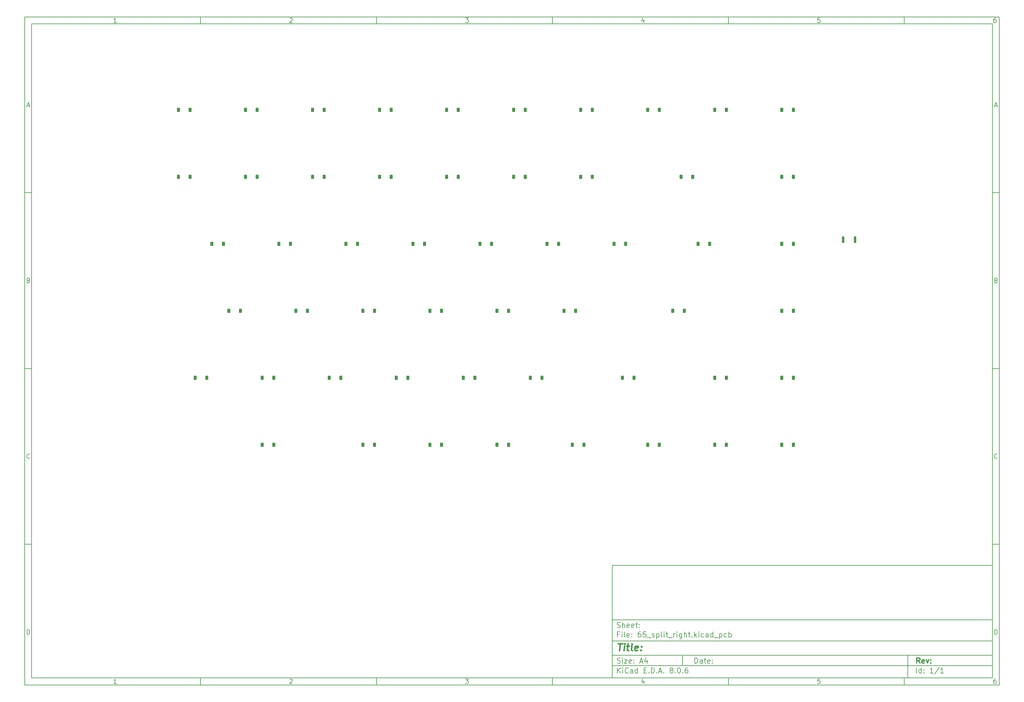
<source format=gbr>
%TF.GenerationSoftware,KiCad,Pcbnew,8.0.6*%
%TF.CreationDate,2025-05-11T12:41:03+09:00*%
%TF.ProjectId,65_split_right,36355f73-706c-4697-945f-72696768742e,rev?*%
%TF.SameCoordinates,PXf7b735cPY2136a30*%
%TF.FileFunction,Paste,Bot*%
%TF.FilePolarity,Positive*%
%FSLAX46Y46*%
G04 Gerber Fmt 4.6, Leading zero omitted, Abs format (unit mm)*
G04 Created by KiCad (PCBNEW 8.0.6) date 2025-05-11 12:41:03*
%MOMM*%
%LPD*%
G01*
G04 APERTURE LIST*
G04 Aperture macros list*
%AMRoundRect*
0 Rectangle with rounded corners*
0 $1 Rounding radius*
0 $2 $3 $4 $5 $6 $7 $8 $9 X,Y pos of 4 corners*
0 Add a 4 corners polygon primitive as box body*
4,1,4,$2,$3,$4,$5,$6,$7,$8,$9,$2,$3,0*
0 Add four circle primitives for the rounded corners*
1,1,$1+$1,$2,$3*
1,1,$1+$1,$4,$5*
1,1,$1+$1,$6,$7*
1,1,$1+$1,$8,$9*
0 Add four rect primitives between the rounded corners*
20,1,$1+$1,$2,$3,$4,$5,0*
20,1,$1+$1,$4,$5,$6,$7,0*
20,1,$1+$1,$6,$7,$8,$9,0*
20,1,$1+$1,$8,$9,$2,$3,0*%
G04 Aperture macros list end*
%ADD10C,0.100000*%
%ADD11C,0.150000*%
%ADD12C,0.300000*%
%ADD13C,0.400000*%
%ADD14RoundRect,0.225000X0.225000X0.375000X-0.225000X0.375000X-0.225000X-0.375000X0.225000X-0.375000X0*%
%ADD15RoundRect,0.170000X0.170000X0.780000X-0.170000X0.780000X-0.170000X-0.780000X0.170000X-0.780000X0*%
G04 APERTURE END LIST*
D10*
D11*
X-82746500Y-131180400D02*
X25253500Y-131180400D01*
X25253500Y-163180400D01*
X-82746500Y-163180400D01*
X-82746500Y-131180400D01*
D10*
D11*
X-249748700Y24826800D02*
X27253500Y24826800D01*
X27253500Y-165180400D01*
X-249748700Y-165180400D01*
X-249748700Y24826800D01*
D10*
D11*
X-247748700Y22826800D02*
X25253500Y22826800D01*
X25253500Y-163180400D01*
X-247748700Y-163180400D01*
X-247748700Y22826800D01*
D10*
D11*
X-199748700Y22826800D02*
X-199748700Y24826800D01*
D10*
D11*
X-149748700Y22826800D02*
X-149748700Y24826800D01*
D10*
D11*
X-99748700Y22826800D02*
X-99748700Y24826800D01*
D10*
D11*
X-49748700Y22826800D02*
X-49748700Y24826800D01*
D10*
D11*
X251300Y22826800D02*
X251300Y24826800D01*
D10*
D11*
X-223659540Y23233196D02*
X-224402397Y23233196D01*
X-224030969Y23233196D02*
X-224030969Y24533196D01*
X-224030969Y24533196D02*
X-224154778Y24347481D01*
X-224154778Y24347481D02*
X-224278588Y24223672D01*
X-224278588Y24223672D02*
X-224402397Y24161767D01*
D10*
D11*
X-174402397Y24409386D02*
X-174340493Y24471291D01*
X-174340493Y24471291D02*
X-174216683Y24533196D01*
X-174216683Y24533196D02*
X-173907159Y24533196D01*
X-173907159Y24533196D02*
X-173783350Y24471291D01*
X-173783350Y24471291D02*
X-173721445Y24409386D01*
X-173721445Y24409386D02*
X-173659540Y24285577D01*
X-173659540Y24285577D02*
X-173659540Y24161767D01*
X-173659540Y24161767D02*
X-173721445Y23976053D01*
X-173721445Y23976053D02*
X-174464302Y23233196D01*
X-174464302Y23233196D02*
X-173659540Y23233196D01*
D10*
D11*
X-124464302Y24533196D02*
X-123659540Y24533196D01*
X-123659540Y24533196D02*
X-124092874Y24037958D01*
X-124092874Y24037958D02*
X-123907159Y24037958D01*
X-123907159Y24037958D02*
X-123783350Y23976053D01*
X-123783350Y23976053D02*
X-123721445Y23914148D01*
X-123721445Y23914148D02*
X-123659540Y23790339D01*
X-123659540Y23790339D02*
X-123659540Y23480815D01*
X-123659540Y23480815D02*
X-123721445Y23357005D01*
X-123721445Y23357005D02*
X-123783350Y23295100D01*
X-123783350Y23295100D02*
X-123907159Y23233196D01*
X-123907159Y23233196D02*
X-124278588Y23233196D01*
X-124278588Y23233196D02*
X-124402397Y23295100D01*
X-124402397Y23295100D02*
X-124464302Y23357005D01*
D10*
D11*
X-73783350Y24099862D02*
X-73783350Y23233196D01*
X-74092874Y24595100D02*
X-74402397Y23666529D01*
X-74402397Y23666529D02*
X-73597636Y23666529D01*
D10*
D11*
X-23721445Y24533196D02*
X-24340493Y24533196D01*
X-24340493Y24533196D02*
X-24402397Y23914148D01*
X-24402397Y23914148D02*
X-24340493Y23976053D01*
X-24340493Y23976053D02*
X-24216683Y24037958D01*
X-24216683Y24037958D02*
X-23907159Y24037958D01*
X-23907159Y24037958D02*
X-23783350Y23976053D01*
X-23783350Y23976053D02*
X-23721445Y23914148D01*
X-23721445Y23914148D02*
X-23659540Y23790339D01*
X-23659540Y23790339D02*
X-23659540Y23480815D01*
X-23659540Y23480815D02*
X-23721445Y23357005D01*
X-23721445Y23357005D02*
X-23783350Y23295100D01*
X-23783350Y23295100D02*
X-23907159Y23233196D01*
X-23907159Y23233196D02*
X-24216683Y23233196D01*
X-24216683Y23233196D02*
X-24340493Y23295100D01*
X-24340493Y23295100D02*
X-24402397Y23357005D01*
D10*
D11*
X26216650Y24533196D02*
X25969031Y24533196D01*
X25969031Y24533196D02*
X25845222Y24471291D01*
X25845222Y24471291D02*
X25783317Y24409386D01*
X25783317Y24409386D02*
X25659507Y24223672D01*
X25659507Y24223672D02*
X25597603Y23976053D01*
X25597603Y23976053D02*
X25597603Y23480815D01*
X25597603Y23480815D02*
X25659507Y23357005D01*
X25659507Y23357005D02*
X25721412Y23295100D01*
X25721412Y23295100D02*
X25845222Y23233196D01*
X25845222Y23233196D02*
X26092841Y23233196D01*
X26092841Y23233196D02*
X26216650Y23295100D01*
X26216650Y23295100D02*
X26278555Y23357005D01*
X26278555Y23357005D02*
X26340460Y23480815D01*
X26340460Y23480815D02*
X26340460Y23790339D01*
X26340460Y23790339D02*
X26278555Y23914148D01*
X26278555Y23914148D02*
X26216650Y23976053D01*
X26216650Y23976053D02*
X26092841Y24037958D01*
X26092841Y24037958D02*
X25845222Y24037958D01*
X25845222Y24037958D02*
X25721412Y23976053D01*
X25721412Y23976053D02*
X25659507Y23914148D01*
X25659507Y23914148D02*
X25597603Y23790339D01*
D10*
D11*
X-199748700Y-163180400D02*
X-199748700Y-165180400D01*
D10*
D11*
X-149748700Y-163180400D02*
X-149748700Y-165180400D01*
D10*
D11*
X-99748700Y-163180400D02*
X-99748700Y-165180400D01*
D10*
D11*
X-49748700Y-163180400D02*
X-49748700Y-165180400D01*
D10*
D11*
X251300Y-163180400D02*
X251300Y-165180400D01*
D10*
D11*
X-223659540Y-164774004D02*
X-224402397Y-164774004D01*
X-224030969Y-164774004D02*
X-224030969Y-163474004D01*
X-224030969Y-163474004D02*
X-224154778Y-163659719D01*
X-224154778Y-163659719D02*
X-224278588Y-163783528D01*
X-224278588Y-163783528D02*
X-224402397Y-163845433D01*
D10*
D11*
X-174402397Y-163597814D02*
X-174340493Y-163535909D01*
X-174340493Y-163535909D02*
X-174216683Y-163474004D01*
X-174216683Y-163474004D02*
X-173907159Y-163474004D01*
X-173907159Y-163474004D02*
X-173783350Y-163535909D01*
X-173783350Y-163535909D02*
X-173721445Y-163597814D01*
X-173721445Y-163597814D02*
X-173659540Y-163721623D01*
X-173659540Y-163721623D02*
X-173659540Y-163845433D01*
X-173659540Y-163845433D02*
X-173721445Y-164031147D01*
X-173721445Y-164031147D02*
X-174464302Y-164774004D01*
X-174464302Y-164774004D02*
X-173659540Y-164774004D01*
D10*
D11*
X-124464302Y-163474004D02*
X-123659540Y-163474004D01*
X-123659540Y-163474004D02*
X-124092874Y-163969242D01*
X-124092874Y-163969242D02*
X-123907159Y-163969242D01*
X-123907159Y-163969242D02*
X-123783350Y-164031147D01*
X-123783350Y-164031147D02*
X-123721445Y-164093052D01*
X-123721445Y-164093052D02*
X-123659540Y-164216861D01*
X-123659540Y-164216861D02*
X-123659540Y-164526385D01*
X-123659540Y-164526385D02*
X-123721445Y-164650195D01*
X-123721445Y-164650195D02*
X-123783350Y-164712100D01*
X-123783350Y-164712100D02*
X-123907159Y-164774004D01*
X-123907159Y-164774004D02*
X-124278588Y-164774004D01*
X-124278588Y-164774004D02*
X-124402397Y-164712100D01*
X-124402397Y-164712100D02*
X-124464302Y-164650195D01*
D10*
D11*
X-73783350Y-163907338D02*
X-73783350Y-164774004D01*
X-74092874Y-163412100D02*
X-74402397Y-164340671D01*
X-74402397Y-164340671D02*
X-73597636Y-164340671D01*
D10*
D11*
X-23721445Y-163474004D02*
X-24340493Y-163474004D01*
X-24340493Y-163474004D02*
X-24402397Y-164093052D01*
X-24402397Y-164093052D02*
X-24340493Y-164031147D01*
X-24340493Y-164031147D02*
X-24216683Y-163969242D01*
X-24216683Y-163969242D02*
X-23907159Y-163969242D01*
X-23907159Y-163969242D02*
X-23783350Y-164031147D01*
X-23783350Y-164031147D02*
X-23721445Y-164093052D01*
X-23721445Y-164093052D02*
X-23659540Y-164216861D01*
X-23659540Y-164216861D02*
X-23659540Y-164526385D01*
X-23659540Y-164526385D02*
X-23721445Y-164650195D01*
X-23721445Y-164650195D02*
X-23783350Y-164712100D01*
X-23783350Y-164712100D02*
X-23907159Y-164774004D01*
X-23907159Y-164774004D02*
X-24216683Y-164774004D01*
X-24216683Y-164774004D02*
X-24340493Y-164712100D01*
X-24340493Y-164712100D02*
X-24402397Y-164650195D01*
D10*
D11*
X26216650Y-163474004D02*
X25969031Y-163474004D01*
X25969031Y-163474004D02*
X25845222Y-163535909D01*
X25845222Y-163535909D02*
X25783317Y-163597814D01*
X25783317Y-163597814D02*
X25659507Y-163783528D01*
X25659507Y-163783528D02*
X25597603Y-164031147D01*
X25597603Y-164031147D02*
X25597603Y-164526385D01*
X25597603Y-164526385D02*
X25659507Y-164650195D01*
X25659507Y-164650195D02*
X25721412Y-164712100D01*
X25721412Y-164712100D02*
X25845222Y-164774004D01*
X25845222Y-164774004D02*
X26092841Y-164774004D01*
X26092841Y-164774004D02*
X26216650Y-164712100D01*
X26216650Y-164712100D02*
X26278555Y-164650195D01*
X26278555Y-164650195D02*
X26340460Y-164526385D01*
X26340460Y-164526385D02*
X26340460Y-164216861D01*
X26340460Y-164216861D02*
X26278555Y-164093052D01*
X26278555Y-164093052D02*
X26216650Y-164031147D01*
X26216650Y-164031147D02*
X26092841Y-163969242D01*
X26092841Y-163969242D02*
X25845222Y-163969242D01*
X25845222Y-163969242D02*
X25721412Y-164031147D01*
X25721412Y-164031147D02*
X25659507Y-164093052D01*
X25659507Y-164093052D02*
X25597603Y-164216861D01*
D10*
D11*
X-249748700Y-25173200D02*
X-247748700Y-25173200D01*
D10*
D11*
X-249748700Y-75173200D02*
X-247748700Y-75173200D01*
D10*
D11*
X-249748700Y-125173200D02*
X-247748700Y-125173200D01*
D10*
D11*
X-249058224Y-395376D02*
X-248439177Y-395376D01*
X-249182034Y-766804D02*
X-248748701Y533196D01*
X-248748701Y533196D02*
X-248315367Y-766804D01*
D10*
D11*
X-248655843Y-50085852D02*
X-248470129Y-50147757D01*
X-248470129Y-50147757D02*
X-248408224Y-50209661D01*
X-248408224Y-50209661D02*
X-248346320Y-50333471D01*
X-248346320Y-50333471D02*
X-248346320Y-50519185D01*
X-248346320Y-50519185D02*
X-248408224Y-50642995D01*
X-248408224Y-50642995D02*
X-248470129Y-50704900D01*
X-248470129Y-50704900D02*
X-248593939Y-50766804D01*
X-248593939Y-50766804D02*
X-249089177Y-50766804D01*
X-249089177Y-50766804D02*
X-249089177Y-49466804D01*
X-249089177Y-49466804D02*
X-248655843Y-49466804D01*
X-248655843Y-49466804D02*
X-248532034Y-49528709D01*
X-248532034Y-49528709D02*
X-248470129Y-49590614D01*
X-248470129Y-49590614D02*
X-248408224Y-49714423D01*
X-248408224Y-49714423D02*
X-248408224Y-49838233D01*
X-248408224Y-49838233D02*
X-248470129Y-49962042D01*
X-248470129Y-49962042D02*
X-248532034Y-50023947D01*
X-248532034Y-50023947D02*
X-248655843Y-50085852D01*
X-248655843Y-50085852D02*
X-249089177Y-50085852D01*
D10*
D11*
X-248346320Y-100642995D02*
X-248408224Y-100704900D01*
X-248408224Y-100704900D02*
X-248593939Y-100766804D01*
X-248593939Y-100766804D02*
X-248717748Y-100766804D01*
X-248717748Y-100766804D02*
X-248903462Y-100704900D01*
X-248903462Y-100704900D02*
X-249027272Y-100581090D01*
X-249027272Y-100581090D02*
X-249089177Y-100457280D01*
X-249089177Y-100457280D02*
X-249151081Y-100209661D01*
X-249151081Y-100209661D02*
X-249151081Y-100023947D01*
X-249151081Y-100023947D02*
X-249089177Y-99776328D01*
X-249089177Y-99776328D02*
X-249027272Y-99652519D01*
X-249027272Y-99652519D02*
X-248903462Y-99528709D01*
X-248903462Y-99528709D02*
X-248717748Y-99466804D01*
X-248717748Y-99466804D02*
X-248593939Y-99466804D01*
X-248593939Y-99466804D02*
X-248408224Y-99528709D01*
X-248408224Y-99528709D02*
X-248346320Y-99590614D01*
D10*
D11*
X-249089177Y-150766804D02*
X-249089177Y-149466804D01*
X-249089177Y-149466804D02*
X-248779653Y-149466804D01*
X-248779653Y-149466804D02*
X-248593939Y-149528709D01*
X-248593939Y-149528709D02*
X-248470129Y-149652519D01*
X-248470129Y-149652519D02*
X-248408224Y-149776328D01*
X-248408224Y-149776328D02*
X-248346320Y-150023947D01*
X-248346320Y-150023947D02*
X-248346320Y-150209661D01*
X-248346320Y-150209661D02*
X-248408224Y-150457280D01*
X-248408224Y-150457280D02*
X-248470129Y-150581090D01*
X-248470129Y-150581090D02*
X-248593939Y-150704900D01*
X-248593939Y-150704900D02*
X-248779653Y-150766804D01*
X-248779653Y-150766804D02*
X-249089177Y-150766804D01*
D10*
D11*
X27253500Y-25173200D02*
X25253500Y-25173200D01*
D10*
D11*
X27253500Y-75173200D02*
X25253500Y-75173200D01*
D10*
D11*
X27253500Y-125173200D02*
X25253500Y-125173200D01*
D10*
D11*
X25943976Y-395376D02*
X26563023Y-395376D01*
X25820166Y-766804D02*
X26253499Y533196D01*
X26253499Y533196D02*
X26686833Y-766804D01*
D10*
D11*
X26346357Y-50085852D02*
X26532071Y-50147757D01*
X26532071Y-50147757D02*
X26593976Y-50209661D01*
X26593976Y-50209661D02*
X26655880Y-50333471D01*
X26655880Y-50333471D02*
X26655880Y-50519185D01*
X26655880Y-50519185D02*
X26593976Y-50642995D01*
X26593976Y-50642995D02*
X26532071Y-50704900D01*
X26532071Y-50704900D02*
X26408261Y-50766804D01*
X26408261Y-50766804D02*
X25913023Y-50766804D01*
X25913023Y-50766804D02*
X25913023Y-49466804D01*
X25913023Y-49466804D02*
X26346357Y-49466804D01*
X26346357Y-49466804D02*
X26470166Y-49528709D01*
X26470166Y-49528709D02*
X26532071Y-49590614D01*
X26532071Y-49590614D02*
X26593976Y-49714423D01*
X26593976Y-49714423D02*
X26593976Y-49838233D01*
X26593976Y-49838233D02*
X26532071Y-49962042D01*
X26532071Y-49962042D02*
X26470166Y-50023947D01*
X26470166Y-50023947D02*
X26346357Y-50085852D01*
X26346357Y-50085852D02*
X25913023Y-50085852D01*
D10*
D11*
X26655880Y-100642995D02*
X26593976Y-100704900D01*
X26593976Y-100704900D02*
X26408261Y-100766804D01*
X26408261Y-100766804D02*
X26284452Y-100766804D01*
X26284452Y-100766804D02*
X26098738Y-100704900D01*
X26098738Y-100704900D02*
X25974928Y-100581090D01*
X25974928Y-100581090D02*
X25913023Y-100457280D01*
X25913023Y-100457280D02*
X25851119Y-100209661D01*
X25851119Y-100209661D02*
X25851119Y-100023947D01*
X25851119Y-100023947D02*
X25913023Y-99776328D01*
X25913023Y-99776328D02*
X25974928Y-99652519D01*
X25974928Y-99652519D02*
X26098738Y-99528709D01*
X26098738Y-99528709D02*
X26284452Y-99466804D01*
X26284452Y-99466804D02*
X26408261Y-99466804D01*
X26408261Y-99466804D02*
X26593976Y-99528709D01*
X26593976Y-99528709D02*
X26655880Y-99590614D01*
D10*
D11*
X25913023Y-150766804D02*
X25913023Y-149466804D01*
X25913023Y-149466804D02*
X26222547Y-149466804D01*
X26222547Y-149466804D02*
X26408261Y-149528709D01*
X26408261Y-149528709D02*
X26532071Y-149652519D01*
X26532071Y-149652519D02*
X26593976Y-149776328D01*
X26593976Y-149776328D02*
X26655880Y-150023947D01*
X26655880Y-150023947D02*
X26655880Y-150209661D01*
X26655880Y-150209661D02*
X26593976Y-150457280D01*
X26593976Y-150457280D02*
X26532071Y-150581090D01*
X26532071Y-150581090D02*
X26408261Y-150704900D01*
X26408261Y-150704900D02*
X26222547Y-150766804D01*
X26222547Y-150766804D02*
X25913023Y-150766804D01*
D10*
D11*
X-59290674Y-158966528D02*
X-59290674Y-157466528D01*
X-59290674Y-157466528D02*
X-58933531Y-157466528D01*
X-58933531Y-157466528D02*
X-58719245Y-157537957D01*
X-58719245Y-157537957D02*
X-58576388Y-157680814D01*
X-58576388Y-157680814D02*
X-58504959Y-157823671D01*
X-58504959Y-157823671D02*
X-58433531Y-158109385D01*
X-58433531Y-158109385D02*
X-58433531Y-158323671D01*
X-58433531Y-158323671D02*
X-58504959Y-158609385D01*
X-58504959Y-158609385D02*
X-58576388Y-158752242D01*
X-58576388Y-158752242D02*
X-58719245Y-158895100D01*
X-58719245Y-158895100D02*
X-58933531Y-158966528D01*
X-58933531Y-158966528D02*
X-59290674Y-158966528D01*
X-57147816Y-158966528D02*
X-57147816Y-158180814D01*
X-57147816Y-158180814D02*
X-57219245Y-158037957D01*
X-57219245Y-158037957D02*
X-57362102Y-157966528D01*
X-57362102Y-157966528D02*
X-57647816Y-157966528D01*
X-57647816Y-157966528D02*
X-57790674Y-158037957D01*
X-57147816Y-158895100D02*
X-57290674Y-158966528D01*
X-57290674Y-158966528D02*
X-57647816Y-158966528D01*
X-57647816Y-158966528D02*
X-57790674Y-158895100D01*
X-57790674Y-158895100D02*
X-57862102Y-158752242D01*
X-57862102Y-158752242D02*
X-57862102Y-158609385D01*
X-57862102Y-158609385D02*
X-57790674Y-158466528D01*
X-57790674Y-158466528D02*
X-57647816Y-158395100D01*
X-57647816Y-158395100D02*
X-57290674Y-158395100D01*
X-57290674Y-158395100D02*
X-57147816Y-158323671D01*
X-56647816Y-157966528D02*
X-56076388Y-157966528D01*
X-56433531Y-157466528D02*
X-56433531Y-158752242D01*
X-56433531Y-158752242D02*
X-56362102Y-158895100D01*
X-56362102Y-158895100D02*
X-56219245Y-158966528D01*
X-56219245Y-158966528D02*
X-56076388Y-158966528D01*
X-55004959Y-158895100D02*
X-55147816Y-158966528D01*
X-55147816Y-158966528D02*
X-55433530Y-158966528D01*
X-55433530Y-158966528D02*
X-55576388Y-158895100D01*
X-55576388Y-158895100D02*
X-55647816Y-158752242D01*
X-55647816Y-158752242D02*
X-55647816Y-158180814D01*
X-55647816Y-158180814D02*
X-55576388Y-158037957D01*
X-55576388Y-158037957D02*
X-55433530Y-157966528D01*
X-55433530Y-157966528D02*
X-55147816Y-157966528D01*
X-55147816Y-157966528D02*
X-55004959Y-158037957D01*
X-55004959Y-158037957D02*
X-54933530Y-158180814D01*
X-54933530Y-158180814D02*
X-54933530Y-158323671D01*
X-54933530Y-158323671D02*
X-55647816Y-158466528D01*
X-54290674Y-158823671D02*
X-54219245Y-158895100D01*
X-54219245Y-158895100D02*
X-54290674Y-158966528D01*
X-54290674Y-158966528D02*
X-54362102Y-158895100D01*
X-54362102Y-158895100D02*
X-54290674Y-158823671D01*
X-54290674Y-158823671D02*
X-54290674Y-158966528D01*
X-54290674Y-158037957D02*
X-54219245Y-158109385D01*
X-54219245Y-158109385D02*
X-54290674Y-158180814D01*
X-54290674Y-158180814D02*
X-54362102Y-158109385D01*
X-54362102Y-158109385D02*
X-54290674Y-158037957D01*
X-54290674Y-158037957D02*
X-54290674Y-158180814D01*
D10*
D11*
X-82746500Y-159680400D02*
X25253500Y-159680400D01*
D10*
D11*
X-81290674Y-161766528D02*
X-81290674Y-160266528D01*
X-80433531Y-161766528D02*
X-81076388Y-160909385D01*
X-80433531Y-160266528D02*
X-81290674Y-161123671D01*
X-79790674Y-161766528D02*
X-79790674Y-160766528D01*
X-79790674Y-160266528D02*
X-79862102Y-160337957D01*
X-79862102Y-160337957D02*
X-79790674Y-160409385D01*
X-79790674Y-160409385D02*
X-79719245Y-160337957D01*
X-79719245Y-160337957D02*
X-79790674Y-160266528D01*
X-79790674Y-160266528D02*
X-79790674Y-160409385D01*
X-78219245Y-161623671D02*
X-78290673Y-161695100D01*
X-78290673Y-161695100D02*
X-78504959Y-161766528D01*
X-78504959Y-161766528D02*
X-78647816Y-161766528D01*
X-78647816Y-161766528D02*
X-78862102Y-161695100D01*
X-78862102Y-161695100D02*
X-79004959Y-161552242D01*
X-79004959Y-161552242D02*
X-79076388Y-161409385D01*
X-79076388Y-161409385D02*
X-79147816Y-161123671D01*
X-79147816Y-161123671D02*
X-79147816Y-160909385D01*
X-79147816Y-160909385D02*
X-79076388Y-160623671D01*
X-79076388Y-160623671D02*
X-79004959Y-160480814D01*
X-79004959Y-160480814D02*
X-78862102Y-160337957D01*
X-78862102Y-160337957D02*
X-78647816Y-160266528D01*
X-78647816Y-160266528D02*
X-78504959Y-160266528D01*
X-78504959Y-160266528D02*
X-78290673Y-160337957D01*
X-78290673Y-160337957D02*
X-78219245Y-160409385D01*
X-76933530Y-161766528D02*
X-76933530Y-160980814D01*
X-76933530Y-160980814D02*
X-77004959Y-160837957D01*
X-77004959Y-160837957D02*
X-77147816Y-160766528D01*
X-77147816Y-160766528D02*
X-77433530Y-160766528D01*
X-77433530Y-160766528D02*
X-77576388Y-160837957D01*
X-76933530Y-161695100D02*
X-77076388Y-161766528D01*
X-77076388Y-161766528D02*
X-77433530Y-161766528D01*
X-77433530Y-161766528D02*
X-77576388Y-161695100D01*
X-77576388Y-161695100D02*
X-77647816Y-161552242D01*
X-77647816Y-161552242D02*
X-77647816Y-161409385D01*
X-77647816Y-161409385D02*
X-77576388Y-161266528D01*
X-77576388Y-161266528D02*
X-77433530Y-161195100D01*
X-77433530Y-161195100D02*
X-77076388Y-161195100D01*
X-77076388Y-161195100D02*
X-76933530Y-161123671D01*
X-75576387Y-161766528D02*
X-75576387Y-160266528D01*
X-75576387Y-161695100D02*
X-75719245Y-161766528D01*
X-75719245Y-161766528D02*
X-76004959Y-161766528D01*
X-76004959Y-161766528D02*
X-76147816Y-161695100D01*
X-76147816Y-161695100D02*
X-76219245Y-161623671D01*
X-76219245Y-161623671D02*
X-76290673Y-161480814D01*
X-76290673Y-161480814D02*
X-76290673Y-161052242D01*
X-76290673Y-161052242D02*
X-76219245Y-160909385D01*
X-76219245Y-160909385D02*
X-76147816Y-160837957D01*
X-76147816Y-160837957D02*
X-76004959Y-160766528D01*
X-76004959Y-160766528D02*
X-75719245Y-160766528D01*
X-75719245Y-160766528D02*
X-75576387Y-160837957D01*
X-73719245Y-160980814D02*
X-73219245Y-160980814D01*
X-73004959Y-161766528D02*
X-73719245Y-161766528D01*
X-73719245Y-161766528D02*
X-73719245Y-160266528D01*
X-73719245Y-160266528D02*
X-73004959Y-160266528D01*
X-72362102Y-161623671D02*
X-72290673Y-161695100D01*
X-72290673Y-161695100D02*
X-72362102Y-161766528D01*
X-72362102Y-161766528D02*
X-72433530Y-161695100D01*
X-72433530Y-161695100D02*
X-72362102Y-161623671D01*
X-72362102Y-161623671D02*
X-72362102Y-161766528D01*
X-71647816Y-161766528D02*
X-71647816Y-160266528D01*
X-71647816Y-160266528D02*
X-71290673Y-160266528D01*
X-71290673Y-160266528D02*
X-71076387Y-160337957D01*
X-71076387Y-160337957D02*
X-70933530Y-160480814D01*
X-70933530Y-160480814D02*
X-70862101Y-160623671D01*
X-70862101Y-160623671D02*
X-70790673Y-160909385D01*
X-70790673Y-160909385D02*
X-70790673Y-161123671D01*
X-70790673Y-161123671D02*
X-70862101Y-161409385D01*
X-70862101Y-161409385D02*
X-70933530Y-161552242D01*
X-70933530Y-161552242D02*
X-71076387Y-161695100D01*
X-71076387Y-161695100D02*
X-71290673Y-161766528D01*
X-71290673Y-161766528D02*
X-71647816Y-161766528D01*
X-70147816Y-161623671D02*
X-70076387Y-161695100D01*
X-70076387Y-161695100D02*
X-70147816Y-161766528D01*
X-70147816Y-161766528D02*
X-70219244Y-161695100D01*
X-70219244Y-161695100D02*
X-70147816Y-161623671D01*
X-70147816Y-161623671D02*
X-70147816Y-161766528D01*
X-69504958Y-161337957D02*
X-68790672Y-161337957D01*
X-69647815Y-161766528D02*
X-69147815Y-160266528D01*
X-69147815Y-160266528D02*
X-68647815Y-161766528D01*
X-68147816Y-161623671D02*
X-68076387Y-161695100D01*
X-68076387Y-161695100D02*
X-68147816Y-161766528D01*
X-68147816Y-161766528D02*
X-68219244Y-161695100D01*
X-68219244Y-161695100D02*
X-68147816Y-161623671D01*
X-68147816Y-161623671D02*
X-68147816Y-161766528D01*
X-66076387Y-160909385D02*
X-66219244Y-160837957D01*
X-66219244Y-160837957D02*
X-66290673Y-160766528D01*
X-66290673Y-160766528D02*
X-66362101Y-160623671D01*
X-66362101Y-160623671D02*
X-66362101Y-160552242D01*
X-66362101Y-160552242D02*
X-66290673Y-160409385D01*
X-66290673Y-160409385D02*
X-66219244Y-160337957D01*
X-66219244Y-160337957D02*
X-66076387Y-160266528D01*
X-66076387Y-160266528D02*
X-65790673Y-160266528D01*
X-65790673Y-160266528D02*
X-65647815Y-160337957D01*
X-65647815Y-160337957D02*
X-65576387Y-160409385D01*
X-65576387Y-160409385D02*
X-65504958Y-160552242D01*
X-65504958Y-160552242D02*
X-65504958Y-160623671D01*
X-65504958Y-160623671D02*
X-65576387Y-160766528D01*
X-65576387Y-160766528D02*
X-65647815Y-160837957D01*
X-65647815Y-160837957D02*
X-65790673Y-160909385D01*
X-65790673Y-160909385D02*
X-66076387Y-160909385D01*
X-66076387Y-160909385D02*
X-66219244Y-160980814D01*
X-66219244Y-160980814D02*
X-66290673Y-161052242D01*
X-66290673Y-161052242D02*
X-66362101Y-161195100D01*
X-66362101Y-161195100D02*
X-66362101Y-161480814D01*
X-66362101Y-161480814D02*
X-66290673Y-161623671D01*
X-66290673Y-161623671D02*
X-66219244Y-161695100D01*
X-66219244Y-161695100D02*
X-66076387Y-161766528D01*
X-66076387Y-161766528D02*
X-65790673Y-161766528D01*
X-65790673Y-161766528D02*
X-65647815Y-161695100D01*
X-65647815Y-161695100D02*
X-65576387Y-161623671D01*
X-65576387Y-161623671D02*
X-65504958Y-161480814D01*
X-65504958Y-161480814D02*
X-65504958Y-161195100D01*
X-65504958Y-161195100D02*
X-65576387Y-161052242D01*
X-65576387Y-161052242D02*
X-65647815Y-160980814D01*
X-65647815Y-160980814D02*
X-65790673Y-160909385D01*
X-64862102Y-161623671D02*
X-64790673Y-161695100D01*
X-64790673Y-161695100D02*
X-64862102Y-161766528D01*
X-64862102Y-161766528D02*
X-64933530Y-161695100D01*
X-64933530Y-161695100D02*
X-64862102Y-161623671D01*
X-64862102Y-161623671D02*
X-64862102Y-161766528D01*
X-63862101Y-160266528D02*
X-63719244Y-160266528D01*
X-63719244Y-160266528D02*
X-63576387Y-160337957D01*
X-63576387Y-160337957D02*
X-63504958Y-160409385D01*
X-63504958Y-160409385D02*
X-63433530Y-160552242D01*
X-63433530Y-160552242D02*
X-63362101Y-160837957D01*
X-63362101Y-160837957D02*
X-63362101Y-161195100D01*
X-63362101Y-161195100D02*
X-63433530Y-161480814D01*
X-63433530Y-161480814D02*
X-63504958Y-161623671D01*
X-63504958Y-161623671D02*
X-63576387Y-161695100D01*
X-63576387Y-161695100D02*
X-63719244Y-161766528D01*
X-63719244Y-161766528D02*
X-63862101Y-161766528D01*
X-63862101Y-161766528D02*
X-64004958Y-161695100D01*
X-64004958Y-161695100D02*
X-64076387Y-161623671D01*
X-64076387Y-161623671D02*
X-64147816Y-161480814D01*
X-64147816Y-161480814D02*
X-64219244Y-161195100D01*
X-64219244Y-161195100D02*
X-64219244Y-160837957D01*
X-64219244Y-160837957D02*
X-64147816Y-160552242D01*
X-64147816Y-160552242D02*
X-64076387Y-160409385D01*
X-64076387Y-160409385D02*
X-64004958Y-160337957D01*
X-64004958Y-160337957D02*
X-63862101Y-160266528D01*
X-62719245Y-161623671D02*
X-62647816Y-161695100D01*
X-62647816Y-161695100D02*
X-62719245Y-161766528D01*
X-62719245Y-161766528D02*
X-62790673Y-161695100D01*
X-62790673Y-161695100D02*
X-62719245Y-161623671D01*
X-62719245Y-161623671D02*
X-62719245Y-161766528D01*
X-61362101Y-160266528D02*
X-61647816Y-160266528D01*
X-61647816Y-160266528D02*
X-61790673Y-160337957D01*
X-61790673Y-160337957D02*
X-61862101Y-160409385D01*
X-61862101Y-160409385D02*
X-62004959Y-160623671D01*
X-62004959Y-160623671D02*
X-62076387Y-160909385D01*
X-62076387Y-160909385D02*
X-62076387Y-161480814D01*
X-62076387Y-161480814D02*
X-62004959Y-161623671D01*
X-62004959Y-161623671D02*
X-61933530Y-161695100D01*
X-61933530Y-161695100D02*
X-61790673Y-161766528D01*
X-61790673Y-161766528D02*
X-61504959Y-161766528D01*
X-61504959Y-161766528D02*
X-61362101Y-161695100D01*
X-61362101Y-161695100D02*
X-61290673Y-161623671D01*
X-61290673Y-161623671D02*
X-61219244Y-161480814D01*
X-61219244Y-161480814D02*
X-61219244Y-161123671D01*
X-61219244Y-161123671D02*
X-61290673Y-160980814D01*
X-61290673Y-160980814D02*
X-61362101Y-160909385D01*
X-61362101Y-160909385D02*
X-61504959Y-160837957D01*
X-61504959Y-160837957D02*
X-61790673Y-160837957D01*
X-61790673Y-160837957D02*
X-61933530Y-160909385D01*
X-61933530Y-160909385D02*
X-62004959Y-160980814D01*
X-62004959Y-160980814D02*
X-62076387Y-161123671D01*
D10*
D11*
X-82746500Y-156680400D02*
X25253500Y-156680400D01*
D10*
D12*
X4665153Y-158958728D02*
X4165153Y-158244442D01*
X3808010Y-158958728D02*
X3808010Y-157458728D01*
X3808010Y-157458728D02*
X4379439Y-157458728D01*
X4379439Y-157458728D02*
X4522296Y-157530157D01*
X4522296Y-157530157D02*
X4593725Y-157601585D01*
X4593725Y-157601585D02*
X4665153Y-157744442D01*
X4665153Y-157744442D02*
X4665153Y-157958728D01*
X4665153Y-157958728D02*
X4593725Y-158101585D01*
X4593725Y-158101585D02*
X4522296Y-158173014D01*
X4522296Y-158173014D02*
X4379439Y-158244442D01*
X4379439Y-158244442D02*
X3808010Y-158244442D01*
X5879439Y-158887300D02*
X5736582Y-158958728D01*
X5736582Y-158958728D02*
X5450868Y-158958728D01*
X5450868Y-158958728D02*
X5308010Y-158887300D01*
X5308010Y-158887300D02*
X5236582Y-158744442D01*
X5236582Y-158744442D02*
X5236582Y-158173014D01*
X5236582Y-158173014D02*
X5308010Y-158030157D01*
X5308010Y-158030157D02*
X5450868Y-157958728D01*
X5450868Y-157958728D02*
X5736582Y-157958728D01*
X5736582Y-157958728D02*
X5879439Y-158030157D01*
X5879439Y-158030157D02*
X5950868Y-158173014D01*
X5950868Y-158173014D02*
X5950868Y-158315871D01*
X5950868Y-158315871D02*
X5236582Y-158458728D01*
X6450867Y-157958728D02*
X6808010Y-158958728D01*
X6808010Y-158958728D02*
X7165153Y-157958728D01*
X7736581Y-158815871D02*
X7808010Y-158887300D01*
X7808010Y-158887300D02*
X7736581Y-158958728D01*
X7736581Y-158958728D02*
X7665153Y-158887300D01*
X7665153Y-158887300D02*
X7736581Y-158815871D01*
X7736581Y-158815871D02*
X7736581Y-158958728D01*
X7736581Y-158030157D02*
X7808010Y-158101585D01*
X7808010Y-158101585D02*
X7736581Y-158173014D01*
X7736581Y-158173014D02*
X7665153Y-158101585D01*
X7665153Y-158101585D02*
X7736581Y-158030157D01*
X7736581Y-158030157D02*
X7736581Y-158173014D01*
D10*
D11*
X-81362102Y-158895100D02*
X-81147816Y-158966528D01*
X-81147816Y-158966528D02*
X-80790674Y-158966528D01*
X-80790674Y-158966528D02*
X-80647816Y-158895100D01*
X-80647816Y-158895100D02*
X-80576388Y-158823671D01*
X-80576388Y-158823671D02*
X-80504959Y-158680814D01*
X-80504959Y-158680814D02*
X-80504959Y-158537957D01*
X-80504959Y-158537957D02*
X-80576388Y-158395100D01*
X-80576388Y-158395100D02*
X-80647816Y-158323671D01*
X-80647816Y-158323671D02*
X-80790674Y-158252242D01*
X-80790674Y-158252242D02*
X-81076388Y-158180814D01*
X-81076388Y-158180814D02*
X-81219245Y-158109385D01*
X-81219245Y-158109385D02*
X-81290674Y-158037957D01*
X-81290674Y-158037957D02*
X-81362102Y-157895100D01*
X-81362102Y-157895100D02*
X-81362102Y-157752242D01*
X-81362102Y-157752242D02*
X-81290674Y-157609385D01*
X-81290674Y-157609385D02*
X-81219245Y-157537957D01*
X-81219245Y-157537957D02*
X-81076388Y-157466528D01*
X-81076388Y-157466528D02*
X-80719245Y-157466528D01*
X-80719245Y-157466528D02*
X-80504959Y-157537957D01*
X-79862103Y-158966528D02*
X-79862103Y-157966528D01*
X-79862103Y-157466528D02*
X-79933531Y-157537957D01*
X-79933531Y-157537957D02*
X-79862103Y-157609385D01*
X-79862103Y-157609385D02*
X-79790674Y-157537957D01*
X-79790674Y-157537957D02*
X-79862103Y-157466528D01*
X-79862103Y-157466528D02*
X-79862103Y-157609385D01*
X-79290674Y-157966528D02*
X-78504959Y-157966528D01*
X-78504959Y-157966528D02*
X-79290674Y-158966528D01*
X-79290674Y-158966528D02*
X-78504959Y-158966528D01*
X-77362102Y-158895100D02*
X-77504959Y-158966528D01*
X-77504959Y-158966528D02*
X-77790673Y-158966528D01*
X-77790673Y-158966528D02*
X-77933531Y-158895100D01*
X-77933531Y-158895100D02*
X-78004959Y-158752242D01*
X-78004959Y-158752242D02*
X-78004959Y-158180814D01*
X-78004959Y-158180814D02*
X-77933531Y-158037957D01*
X-77933531Y-158037957D02*
X-77790673Y-157966528D01*
X-77790673Y-157966528D02*
X-77504959Y-157966528D01*
X-77504959Y-157966528D02*
X-77362102Y-158037957D01*
X-77362102Y-158037957D02*
X-77290673Y-158180814D01*
X-77290673Y-158180814D02*
X-77290673Y-158323671D01*
X-77290673Y-158323671D02*
X-78004959Y-158466528D01*
X-76647817Y-158823671D02*
X-76576388Y-158895100D01*
X-76576388Y-158895100D02*
X-76647817Y-158966528D01*
X-76647817Y-158966528D02*
X-76719245Y-158895100D01*
X-76719245Y-158895100D02*
X-76647817Y-158823671D01*
X-76647817Y-158823671D02*
X-76647817Y-158966528D01*
X-76647817Y-158037957D02*
X-76576388Y-158109385D01*
X-76576388Y-158109385D02*
X-76647817Y-158180814D01*
X-76647817Y-158180814D02*
X-76719245Y-158109385D01*
X-76719245Y-158109385D02*
X-76647817Y-158037957D01*
X-76647817Y-158037957D02*
X-76647817Y-158180814D01*
X-74862102Y-158537957D02*
X-74147816Y-158537957D01*
X-75004959Y-158966528D02*
X-74504959Y-157466528D01*
X-74504959Y-157466528D02*
X-74004959Y-158966528D01*
X-72862102Y-157966528D02*
X-72862102Y-158966528D01*
X-73219245Y-157395100D02*
X-73576388Y-158466528D01*
X-73576388Y-158466528D02*
X-72647817Y-158466528D01*
D10*
D11*
X3709326Y-161766528D02*
X3709326Y-160266528D01*
X5066470Y-161766528D02*
X5066470Y-160266528D01*
X5066470Y-161695100D02*
X4923612Y-161766528D01*
X4923612Y-161766528D02*
X4637898Y-161766528D01*
X4637898Y-161766528D02*
X4495041Y-161695100D01*
X4495041Y-161695100D02*
X4423612Y-161623671D01*
X4423612Y-161623671D02*
X4352184Y-161480814D01*
X4352184Y-161480814D02*
X4352184Y-161052242D01*
X4352184Y-161052242D02*
X4423612Y-160909385D01*
X4423612Y-160909385D02*
X4495041Y-160837957D01*
X4495041Y-160837957D02*
X4637898Y-160766528D01*
X4637898Y-160766528D02*
X4923612Y-160766528D01*
X4923612Y-160766528D02*
X5066470Y-160837957D01*
X5780755Y-161623671D02*
X5852184Y-161695100D01*
X5852184Y-161695100D02*
X5780755Y-161766528D01*
X5780755Y-161766528D02*
X5709327Y-161695100D01*
X5709327Y-161695100D02*
X5780755Y-161623671D01*
X5780755Y-161623671D02*
X5780755Y-161766528D01*
X5780755Y-160837957D02*
X5852184Y-160909385D01*
X5852184Y-160909385D02*
X5780755Y-160980814D01*
X5780755Y-160980814D02*
X5709327Y-160909385D01*
X5709327Y-160909385D02*
X5780755Y-160837957D01*
X5780755Y-160837957D02*
X5780755Y-160980814D01*
X8423613Y-161766528D02*
X7566470Y-161766528D01*
X7995041Y-161766528D02*
X7995041Y-160266528D01*
X7995041Y-160266528D02*
X7852184Y-160480814D01*
X7852184Y-160480814D02*
X7709327Y-160623671D01*
X7709327Y-160623671D02*
X7566470Y-160695100D01*
X10137898Y-160195100D02*
X8852184Y-162123671D01*
X11423613Y-161766528D02*
X10566470Y-161766528D01*
X10995041Y-161766528D02*
X10995041Y-160266528D01*
X10995041Y-160266528D02*
X10852184Y-160480814D01*
X10852184Y-160480814D02*
X10709327Y-160623671D01*
X10709327Y-160623671D02*
X10566470Y-160695100D01*
D10*
D11*
X-82746500Y-152680400D02*
X25253500Y-152680400D01*
D10*
D13*
X-81054772Y-153384838D02*
X-79911915Y-153384838D01*
X-80733343Y-155384838D02*
X-80483343Y-153384838D01*
X-79495248Y-155384838D02*
X-79328581Y-154051504D01*
X-79245248Y-153384838D02*
X-79352391Y-153480076D01*
X-79352391Y-153480076D02*
X-79269057Y-153575314D01*
X-79269057Y-153575314D02*
X-79161914Y-153480076D01*
X-79161914Y-153480076D02*
X-79245248Y-153384838D01*
X-79245248Y-153384838D02*
X-79269057Y-153575314D01*
X-78661914Y-154051504D02*
X-77900010Y-154051504D01*
X-78292867Y-153384838D02*
X-78507152Y-155099123D01*
X-78507152Y-155099123D02*
X-78435724Y-155289600D01*
X-78435724Y-155289600D02*
X-78257152Y-155384838D01*
X-78257152Y-155384838D02*
X-78066676Y-155384838D01*
X-77114295Y-155384838D02*
X-77292867Y-155289600D01*
X-77292867Y-155289600D02*
X-77364295Y-155099123D01*
X-77364295Y-155099123D02*
X-77150010Y-153384838D01*
X-75578581Y-155289600D02*
X-75780962Y-155384838D01*
X-75780962Y-155384838D02*
X-76161915Y-155384838D01*
X-76161915Y-155384838D02*
X-76340486Y-155289600D01*
X-76340486Y-155289600D02*
X-76411915Y-155099123D01*
X-76411915Y-155099123D02*
X-76316676Y-154337219D01*
X-76316676Y-154337219D02*
X-76197629Y-154146742D01*
X-76197629Y-154146742D02*
X-75995248Y-154051504D01*
X-75995248Y-154051504D02*
X-75614296Y-154051504D01*
X-75614296Y-154051504D02*
X-75435724Y-154146742D01*
X-75435724Y-154146742D02*
X-75364296Y-154337219D01*
X-75364296Y-154337219D02*
X-75388105Y-154527695D01*
X-75388105Y-154527695D02*
X-76364296Y-154718171D01*
X-74614295Y-155194361D02*
X-74530962Y-155289600D01*
X-74530962Y-155289600D02*
X-74638105Y-155384838D01*
X-74638105Y-155384838D02*
X-74721438Y-155289600D01*
X-74721438Y-155289600D02*
X-74614295Y-155194361D01*
X-74614295Y-155194361D02*
X-74638105Y-155384838D01*
X-74483343Y-154146742D02*
X-74400010Y-154241980D01*
X-74400010Y-154241980D02*
X-74507152Y-154337219D01*
X-74507152Y-154337219D02*
X-74590486Y-154241980D01*
X-74590486Y-154241980D02*
X-74483343Y-154146742D01*
X-74483343Y-154146742D02*
X-74507152Y-154337219D01*
D10*
D11*
X-80790674Y-150780814D02*
X-81290674Y-150780814D01*
X-81290674Y-151566528D02*
X-81290674Y-150066528D01*
X-81290674Y-150066528D02*
X-80576388Y-150066528D01*
X-80004960Y-151566528D02*
X-80004960Y-150566528D01*
X-80004960Y-150066528D02*
X-80076388Y-150137957D01*
X-80076388Y-150137957D02*
X-80004960Y-150209385D01*
X-80004960Y-150209385D02*
X-79933531Y-150137957D01*
X-79933531Y-150137957D02*
X-80004960Y-150066528D01*
X-80004960Y-150066528D02*
X-80004960Y-150209385D01*
X-79076388Y-151566528D02*
X-79219245Y-151495100D01*
X-79219245Y-151495100D02*
X-79290674Y-151352242D01*
X-79290674Y-151352242D02*
X-79290674Y-150066528D01*
X-77933531Y-151495100D02*
X-78076388Y-151566528D01*
X-78076388Y-151566528D02*
X-78362102Y-151566528D01*
X-78362102Y-151566528D02*
X-78504960Y-151495100D01*
X-78504960Y-151495100D02*
X-78576388Y-151352242D01*
X-78576388Y-151352242D02*
X-78576388Y-150780814D01*
X-78576388Y-150780814D02*
X-78504960Y-150637957D01*
X-78504960Y-150637957D02*
X-78362102Y-150566528D01*
X-78362102Y-150566528D02*
X-78076388Y-150566528D01*
X-78076388Y-150566528D02*
X-77933531Y-150637957D01*
X-77933531Y-150637957D02*
X-77862102Y-150780814D01*
X-77862102Y-150780814D02*
X-77862102Y-150923671D01*
X-77862102Y-150923671D02*
X-78576388Y-151066528D01*
X-77219246Y-151423671D02*
X-77147817Y-151495100D01*
X-77147817Y-151495100D02*
X-77219246Y-151566528D01*
X-77219246Y-151566528D02*
X-77290674Y-151495100D01*
X-77290674Y-151495100D02*
X-77219246Y-151423671D01*
X-77219246Y-151423671D02*
X-77219246Y-151566528D01*
X-77219246Y-150637957D02*
X-77147817Y-150709385D01*
X-77147817Y-150709385D02*
X-77219246Y-150780814D01*
X-77219246Y-150780814D02*
X-77290674Y-150709385D01*
X-77290674Y-150709385D02*
X-77219246Y-150637957D01*
X-77219246Y-150637957D02*
X-77219246Y-150780814D01*
X-74719245Y-150066528D02*
X-75004960Y-150066528D01*
X-75004960Y-150066528D02*
X-75147817Y-150137957D01*
X-75147817Y-150137957D02*
X-75219245Y-150209385D01*
X-75219245Y-150209385D02*
X-75362103Y-150423671D01*
X-75362103Y-150423671D02*
X-75433531Y-150709385D01*
X-75433531Y-150709385D02*
X-75433531Y-151280814D01*
X-75433531Y-151280814D02*
X-75362103Y-151423671D01*
X-75362103Y-151423671D02*
X-75290674Y-151495100D01*
X-75290674Y-151495100D02*
X-75147817Y-151566528D01*
X-75147817Y-151566528D02*
X-74862103Y-151566528D01*
X-74862103Y-151566528D02*
X-74719245Y-151495100D01*
X-74719245Y-151495100D02*
X-74647817Y-151423671D01*
X-74647817Y-151423671D02*
X-74576388Y-151280814D01*
X-74576388Y-151280814D02*
X-74576388Y-150923671D01*
X-74576388Y-150923671D02*
X-74647817Y-150780814D01*
X-74647817Y-150780814D02*
X-74719245Y-150709385D01*
X-74719245Y-150709385D02*
X-74862103Y-150637957D01*
X-74862103Y-150637957D02*
X-75147817Y-150637957D01*
X-75147817Y-150637957D02*
X-75290674Y-150709385D01*
X-75290674Y-150709385D02*
X-75362103Y-150780814D01*
X-75362103Y-150780814D02*
X-75433531Y-150923671D01*
X-73219246Y-150066528D02*
X-73933532Y-150066528D01*
X-73933532Y-150066528D02*
X-74004960Y-150780814D01*
X-74004960Y-150780814D02*
X-73933532Y-150709385D01*
X-73933532Y-150709385D02*
X-73790674Y-150637957D01*
X-73790674Y-150637957D02*
X-73433532Y-150637957D01*
X-73433532Y-150637957D02*
X-73290674Y-150709385D01*
X-73290674Y-150709385D02*
X-73219246Y-150780814D01*
X-73219246Y-150780814D02*
X-73147817Y-150923671D01*
X-73147817Y-150923671D02*
X-73147817Y-151280814D01*
X-73147817Y-151280814D02*
X-73219246Y-151423671D01*
X-73219246Y-151423671D02*
X-73290674Y-151495100D01*
X-73290674Y-151495100D02*
X-73433532Y-151566528D01*
X-73433532Y-151566528D02*
X-73790674Y-151566528D01*
X-73790674Y-151566528D02*
X-73933532Y-151495100D01*
X-73933532Y-151495100D02*
X-74004960Y-151423671D01*
X-72862103Y-151709385D02*
X-71719246Y-151709385D01*
X-71433532Y-151495100D02*
X-71290675Y-151566528D01*
X-71290675Y-151566528D02*
X-71004961Y-151566528D01*
X-71004961Y-151566528D02*
X-70862104Y-151495100D01*
X-70862104Y-151495100D02*
X-70790675Y-151352242D01*
X-70790675Y-151352242D02*
X-70790675Y-151280814D01*
X-70790675Y-151280814D02*
X-70862104Y-151137957D01*
X-70862104Y-151137957D02*
X-71004961Y-151066528D01*
X-71004961Y-151066528D02*
X-71219246Y-151066528D01*
X-71219246Y-151066528D02*
X-71362104Y-150995100D01*
X-71362104Y-150995100D02*
X-71433532Y-150852242D01*
X-71433532Y-150852242D02*
X-71433532Y-150780814D01*
X-71433532Y-150780814D02*
X-71362104Y-150637957D01*
X-71362104Y-150637957D02*
X-71219246Y-150566528D01*
X-71219246Y-150566528D02*
X-71004961Y-150566528D01*
X-71004961Y-150566528D02*
X-70862104Y-150637957D01*
X-70147818Y-150566528D02*
X-70147818Y-152066528D01*
X-70147818Y-150637957D02*
X-70004960Y-150566528D01*
X-70004960Y-150566528D02*
X-69719246Y-150566528D01*
X-69719246Y-150566528D02*
X-69576389Y-150637957D01*
X-69576389Y-150637957D02*
X-69504960Y-150709385D01*
X-69504960Y-150709385D02*
X-69433532Y-150852242D01*
X-69433532Y-150852242D02*
X-69433532Y-151280814D01*
X-69433532Y-151280814D02*
X-69504960Y-151423671D01*
X-69504960Y-151423671D02*
X-69576389Y-151495100D01*
X-69576389Y-151495100D02*
X-69719246Y-151566528D01*
X-69719246Y-151566528D02*
X-70004960Y-151566528D01*
X-70004960Y-151566528D02*
X-70147818Y-151495100D01*
X-68576389Y-151566528D02*
X-68719246Y-151495100D01*
X-68719246Y-151495100D02*
X-68790675Y-151352242D01*
X-68790675Y-151352242D02*
X-68790675Y-150066528D01*
X-68004961Y-151566528D02*
X-68004961Y-150566528D01*
X-68004961Y-150066528D02*
X-68076389Y-150137957D01*
X-68076389Y-150137957D02*
X-68004961Y-150209385D01*
X-68004961Y-150209385D02*
X-67933532Y-150137957D01*
X-67933532Y-150137957D02*
X-68004961Y-150066528D01*
X-68004961Y-150066528D02*
X-68004961Y-150209385D01*
X-67504960Y-150566528D02*
X-66933532Y-150566528D01*
X-67290675Y-150066528D02*
X-67290675Y-151352242D01*
X-67290675Y-151352242D02*
X-67219246Y-151495100D01*
X-67219246Y-151495100D02*
X-67076389Y-151566528D01*
X-67076389Y-151566528D02*
X-66933532Y-151566528D01*
X-66790674Y-151709385D02*
X-65647817Y-151709385D01*
X-65290675Y-151566528D02*
X-65290675Y-150566528D01*
X-65290675Y-150852242D02*
X-65219246Y-150709385D01*
X-65219246Y-150709385D02*
X-65147817Y-150637957D01*
X-65147817Y-150637957D02*
X-65004960Y-150566528D01*
X-65004960Y-150566528D02*
X-64862103Y-150566528D01*
X-64362104Y-151566528D02*
X-64362104Y-150566528D01*
X-64362104Y-150066528D02*
X-64433532Y-150137957D01*
X-64433532Y-150137957D02*
X-64362104Y-150209385D01*
X-64362104Y-150209385D02*
X-64290675Y-150137957D01*
X-64290675Y-150137957D02*
X-64362104Y-150066528D01*
X-64362104Y-150066528D02*
X-64362104Y-150209385D01*
X-63004960Y-150566528D02*
X-63004960Y-151780814D01*
X-63004960Y-151780814D02*
X-63076389Y-151923671D01*
X-63076389Y-151923671D02*
X-63147818Y-151995100D01*
X-63147818Y-151995100D02*
X-63290675Y-152066528D01*
X-63290675Y-152066528D02*
X-63504960Y-152066528D01*
X-63504960Y-152066528D02*
X-63647818Y-151995100D01*
X-63004960Y-151495100D02*
X-63147818Y-151566528D01*
X-63147818Y-151566528D02*
X-63433532Y-151566528D01*
X-63433532Y-151566528D02*
X-63576389Y-151495100D01*
X-63576389Y-151495100D02*
X-63647818Y-151423671D01*
X-63647818Y-151423671D02*
X-63719246Y-151280814D01*
X-63719246Y-151280814D02*
X-63719246Y-150852242D01*
X-63719246Y-150852242D02*
X-63647818Y-150709385D01*
X-63647818Y-150709385D02*
X-63576389Y-150637957D01*
X-63576389Y-150637957D02*
X-63433532Y-150566528D01*
X-63433532Y-150566528D02*
X-63147818Y-150566528D01*
X-63147818Y-150566528D02*
X-63004960Y-150637957D01*
X-62290675Y-151566528D02*
X-62290675Y-150066528D01*
X-61647817Y-151566528D02*
X-61647817Y-150780814D01*
X-61647817Y-150780814D02*
X-61719246Y-150637957D01*
X-61719246Y-150637957D02*
X-61862103Y-150566528D01*
X-61862103Y-150566528D02*
X-62076389Y-150566528D01*
X-62076389Y-150566528D02*
X-62219246Y-150637957D01*
X-62219246Y-150637957D02*
X-62290675Y-150709385D01*
X-61147817Y-150566528D02*
X-60576389Y-150566528D01*
X-60933532Y-150066528D02*
X-60933532Y-151352242D01*
X-60933532Y-151352242D02*
X-60862103Y-151495100D01*
X-60862103Y-151495100D02*
X-60719246Y-151566528D01*
X-60719246Y-151566528D02*
X-60576389Y-151566528D01*
X-60076389Y-151423671D02*
X-60004960Y-151495100D01*
X-60004960Y-151495100D02*
X-60076389Y-151566528D01*
X-60076389Y-151566528D02*
X-60147817Y-151495100D01*
X-60147817Y-151495100D02*
X-60076389Y-151423671D01*
X-60076389Y-151423671D02*
X-60076389Y-151566528D01*
X-59362103Y-151566528D02*
X-59362103Y-150066528D01*
X-59219245Y-150995100D02*
X-58790674Y-151566528D01*
X-58790674Y-150566528D02*
X-59362103Y-151137957D01*
X-58147817Y-151566528D02*
X-58147817Y-150566528D01*
X-58147817Y-150066528D02*
X-58219245Y-150137957D01*
X-58219245Y-150137957D02*
X-58147817Y-150209385D01*
X-58147817Y-150209385D02*
X-58076388Y-150137957D01*
X-58076388Y-150137957D02*
X-58147817Y-150066528D01*
X-58147817Y-150066528D02*
X-58147817Y-150209385D01*
X-56790673Y-151495100D02*
X-56933531Y-151566528D01*
X-56933531Y-151566528D02*
X-57219245Y-151566528D01*
X-57219245Y-151566528D02*
X-57362102Y-151495100D01*
X-57362102Y-151495100D02*
X-57433531Y-151423671D01*
X-57433531Y-151423671D02*
X-57504959Y-151280814D01*
X-57504959Y-151280814D02*
X-57504959Y-150852242D01*
X-57504959Y-150852242D02*
X-57433531Y-150709385D01*
X-57433531Y-150709385D02*
X-57362102Y-150637957D01*
X-57362102Y-150637957D02*
X-57219245Y-150566528D01*
X-57219245Y-150566528D02*
X-56933531Y-150566528D01*
X-56933531Y-150566528D02*
X-56790673Y-150637957D01*
X-55504959Y-151566528D02*
X-55504959Y-150780814D01*
X-55504959Y-150780814D02*
X-55576388Y-150637957D01*
X-55576388Y-150637957D02*
X-55719245Y-150566528D01*
X-55719245Y-150566528D02*
X-56004959Y-150566528D01*
X-56004959Y-150566528D02*
X-56147817Y-150637957D01*
X-55504959Y-151495100D02*
X-55647817Y-151566528D01*
X-55647817Y-151566528D02*
X-56004959Y-151566528D01*
X-56004959Y-151566528D02*
X-56147817Y-151495100D01*
X-56147817Y-151495100D02*
X-56219245Y-151352242D01*
X-56219245Y-151352242D02*
X-56219245Y-151209385D01*
X-56219245Y-151209385D02*
X-56147817Y-151066528D01*
X-56147817Y-151066528D02*
X-56004959Y-150995100D01*
X-56004959Y-150995100D02*
X-55647817Y-150995100D01*
X-55647817Y-150995100D02*
X-55504959Y-150923671D01*
X-54147816Y-151566528D02*
X-54147816Y-150066528D01*
X-54147816Y-151495100D02*
X-54290674Y-151566528D01*
X-54290674Y-151566528D02*
X-54576388Y-151566528D01*
X-54576388Y-151566528D02*
X-54719245Y-151495100D01*
X-54719245Y-151495100D02*
X-54790674Y-151423671D01*
X-54790674Y-151423671D02*
X-54862102Y-151280814D01*
X-54862102Y-151280814D02*
X-54862102Y-150852242D01*
X-54862102Y-150852242D02*
X-54790674Y-150709385D01*
X-54790674Y-150709385D02*
X-54719245Y-150637957D01*
X-54719245Y-150637957D02*
X-54576388Y-150566528D01*
X-54576388Y-150566528D02*
X-54290674Y-150566528D01*
X-54290674Y-150566528D02*
X-54147816Y-150637957D01*
X-53790673Y-151709385D02*
X-52647816Y-151709385D01*
X-52290674Y-150566528D02*
X-52290674Y-152066528D01*
X-52290674Y-150637957D02*
X-52147816Y-150566528D01*
X-52147816Y-150566528D02*
X-51862102Y-150566528D01*
X-51862102Y-150566528D02*
X-51719245Y-150637957D01*
X-51719245Y-150637957D02*
X-51647816Y-150709385D01*
X-51647816Y-150709385D02*
X-51576388Y-150852242D01*
X-51576388Y-150852242D02*
X-51576388Y-151280814D01*
X-51576388Y-151280814D02*
X-51647816Y-151423671D01*
X-51647816Y-151423671D02*
X-51719245Y-151495100D01*
X-51719245Y-151495100D02*
X-51862102Y-151566528D01*
X-51862102Y-151566528D02*
X-52147816Y-151566528D01*
X-52147816Y-151566528D02*
X-52290674Y-151495100D01*
X-50290673Y-151495100D02*
X-50433531Y-151566528D01*
X-50433531Y-151566528D02*
X-50719245Y-151566528D01*
X-50719245Y-151566528D02*
X-50862102Y-151495100D01*
X-50862102Y-151495100D02*
X-50933531Y-151423671D01*
X-50933531Y-151423671D02*
X-51004959Y-151280814D01*
X-51004959Y-151280814D02*
X-51004959Y-150852242D01*
X-51004959Y-150852242D02*
X-50933531Y-150709385D01*
X-50933531Y-150709385D02*
X-50862102Y-150637957D01*
X-50862102Y-150637957D02*
X-50719245Y-150566528D01*
X-50719245Y-150566528D02*
X-50433531Y-150566528D01*
X-50433531Y-150566528D02*
X-50290673Y-150637957D01*
X-49647817Y-151566528D02*
X-49647817Y-150066528D01*
X-49647817Y-150637957D02*
X-49504959Y-150566528D01*
X-49504959Y-150566528D02*
X-49219245Y-150566528D01*
X-49219245Y-150566528D02*
X-49076388Y-150637957D01*
X-49076388Y-150637957D02*
X-49004959Y-150709385D01*
X-49004959Y-150709385D02*
X-48933531Y-150852242D01*
X-48933531Y-150852242D02*
X-48933531Y-151280814D01*
X-48933531Y-151280814D02*
X-49004959Y-151423671D01*
X-49004959Y-151423671D02*
X-49076388Y-151495100D01*
X-49076388Y-151495100D02*
X-49219245Y-151566528D01*
X-49219245Y-151566528D02*
X-49504959Y-151566528D01*
X-49504959Y-151566528D02*
X-49647817Y-151495100D01*
D10*
D11*
X-82746500Y-146680400D02*
X25253500Y-146680400D01*
D10*
D11*
X-81362102Y-148795100D02*
X-81147816Y-148866528D01*
X-81147816Y-148866528D02*
X-80790674Y-148866528D01*
X-80790674Y-148866528D02*
X-80647816Y-148795100D01*
X-80647816Y-148795100D02*
X-80576388Y-148723671D01*
X-80576388Y-148723671D02*
X-80504959Y-148580814D01*
X-80504959Y-148580814D02*
X-80504959Y-148437957D01*
X-80504959Y-148437957D02*
X-80576388Y-148295100D01*
X-80576388Y-148295100D02*
X-80647816Y-148223671D01*
X-80647816Y-148223671D02*
X-80790674Y-148152242D01*
X-80790674Y-148152242D02*
X-81076388Y-148080814D01*
X-81076388Y-148080814D02*
X-81219245Y-148009385D01*
X-81219245Y-148009385D02*
X-81290674Y-147937957D01*
X-81290674Y-147937957D02*
X-81362102Y-147795100D01*
X-81362102Y-147795100D02*
X-81362102Y-147652242D01*
X-81362102Y-147652242D02*
X-81290674Y-147509385D01*
X-81290674Y-147509385D02*
X-81219245Y-147437957D01*
X-81219245Y-147437957D02*
X-81076388Y-147366528D01*
X-81076388Y-147366528D02*
X-80719245Y-147366528D01*
X-80719245Y-147366528D02*
X-80504959Y-147437957D01*
X-79862103Y-148866528D02*
X-79862103Y-147366528D01*
X-79219245Y-148866528D02*
X-79219245Y-148080814D01*
X-79219245Y-148080814D02*
X-79290674Y-147937957D01*
X-79290674Y-147937957D02*
X-79433531Y-147866528D01*
X-79433531Y-147866528D02*
X-79647817Y-147866528D01*
X-79647817Y-147866528D02*
X-79790674Y-147937957D01*
X-79790674Y-147937957D02*
X-79862103Y-148009385D01*
X-77933531Y-148795100D02*
X-78076388Y-148866528D01*
X-78076388Y-148866528D02*
X-78362102Y-148866528D01*
X-78362102Y-148866528D02*
X-78504960Y-148795100D01*
X-78504960Y-148795100D02*
X-78576388Y-148652242D01*
X-78576388Y-148652242D02*
X-78576388Y-148080814D01*
X-78576388Y-148080814D02*
X-78504960Y-147937957D01*
X-78504960Y-147937957D02*
X-78362102Y-147866528D01*
X-78362102Y-147866528D02*
X-78076388Y-147866528D01*
X-78076388Y-147866528D02*
X-77933531Y-147937957D01*
X-77933531Y-147937957D02*
X-77862102Y-148080814D01*
X-77862102Y-148080814D02*
X-77862102Y-148223671D01*
X-77862102Y-148223671D02*
X-78576388Y-148366528D01*
X-76647817Y-148795100D02*
X-76790674Y-148866528D01*
X-76790674Y-148866528D02*
X-77076388Y-148866528D01*
X-77076388Y-148866528D02*
X-77219246Y-148795100D01*
X-77219246Y-148795100D02*
X-77290674Y-148652242D01*
X-77290674Y-148652242D02*
X-77290674Y-148080814D01*
X-77290674Y-148080814D02*
X-77219246Y-147937957D01*
X-77219246Y-147937957D02*
X-77076388Y-147866528D01*
X-77076388Y-147866528D02*
X-76790674Y-147866528D01*
X-76790674Y-147866528D02*
X-76647817Y-147937957D01*
X-76647817Y-147937957D02*
X-76576388Y-148080814D01*
X-76576388Y-148080814D02*
X-76576388Y-148223671D01*
X-76576388Y-148223671D02*
X-77290674Y-148366528D01*
X-76147817Y-147866528D02*
X-75576389Y-147866528D01*
X-75933532Y-147366528D02*
X-75933532Y-148652242D01*
X-75933532Y-148652242D02*
X-75862103Y-148795100D01*
X-75862103Y-148795100D02*
X-75719246Y-148866528D01*
X-75719246Y-148866528D02*
X-75576389Y-148866528D01*
X-75076389Y-148723671D02*
X-75004960Y-148795100D01*
X-75004960Y-148795100D02*
X-75076389Y-148866528D01*
X-75076389Y-148866528D02*
X-75147817Y-148795100D01*
X-75147817Y-148795100D02*
X-75076389Y-148723671D01*
X-75076389Y-148723671D02*
X-75076389Y-148866528D01*
X-75076389Y-147937957D02*
X-75004960Y-148009385D01*
X-75004960Y-148009385D02*
X-75076389Y-148080814D01*
X-75076389Y-148080814D02*
X-75147817Y-148009385D01*
X-75147817Y-148009385D02*
X-75076389Y-147937957D01*
X-75076389Y-147937957D02*
X-75076389Y-148080814D01*
D10*
D11*
X-62746500Y-156680400D02*
X-62746500Y-159680400D01*
D10*
D11*
X1253500Y-156680400D02*
X1253500Y-163180400D01*
D14*
%TO.C,SW8*%
X-72699000Y-1575000D03*
X-69398000Y-1575000D03*
%TD*%
%TO.C,SW20*%
X-196524000Y-39675000D03*
X-193223000Y-39675000D03*
%TD*%
%TO.C,SW7*%
X-91749000Y-1575000D03*
X-88448000Y-1575000D03*
%TD*%
%TO.C,SW53*%
X-34599000Y-96825000D03*
X-31298000Y-96825000D03*
%TD*%
%TO.C,SW37*%
X-201286500Y-77775000D03*
X-197985500Y-77775000D03*
%TD*%
%TO.C,SW2*%
X-186999000Y-1575000D03*
X-183698000Y-1575000D03*
%TD*%
%TO.C,SW30*%
X-172711500Y-58725000D03*
X-169410500Y-58725000D03*
%TD*%
%TO.C,SW27*%
X-58411500Y-39675000D03*
X-55110500Y-39675000D03*
%TD*%
%TO.C,SW23*%
X-139374000Y-39675000D03*
X-136073000Y-39675000D03*
%TD*%
%TO.C,SW10*%
X-34599000Y-1575000D03*
X-31298000Y-1575000D03*
%TD*%
%TO.C,SW16*%
X-110799000Y-20625000D03*
X-107498000Y-20625000D03*
%TD*%
%TO.C,SW22*%
X-158424000Y-39675000D03*
X-155123000Y-39675000D03*
%TD*%
%TO.C,SW39*%
X-163186500Y-77775000D03*
X-159885500Y-77775000D03*
%TD*%
%TO.C,SW13*%
X-167949000Y-20625000D03*
X-164648000Y-20625000D03*
%TD*%
%TO.C,SW21*%
X-177474000Y-39675000D03*
X-174173000Y-39675000D03*
%TD*%
%TO.C,SW42*%
X-106036500Y-77775000D03*
X-102735500Y-77775000D03*
%TD*%
%TO.C,SW43*%
X-79842750Y-77775000D03*
X-76541750Y-77775000D03*
%TD*%
%TO.C,SW4*%
X-148899000Y-1575000D03*
X-145598000Y-1575000D03*
%TD*%
%TO.C,SW17*%
X-91749000Y-20625000D03*
X-88448000Y-20625000D03*
%TD*%
%TO.C,SW11*%
X-206049000Y-20625000D03*
X-202748000Y-20625000D03*
%TD*%
%TO.C,SW48*%
X-134611500Y-96825000D03*
X-131310500Y-96825000D03*
%TD*%
%TO.C,SW15*%
X-129849000Y-20625000D03*
X-126548000Y-20625000D03*
%TD*%
%TO.C,SW26*%
X-82224000Y-39675000D03*
X-78923000Y-39675000D03*
%TD*%
%TO.C,SW24*%
X-120324000Y-39675000D03*
X-117023000Y-39675000D03*
%TD*%
%TO.C,SW46*%
X-182236500Y-96825000D03*
X-178935500Y-96825000D03*
%TD*%
%TO.C,SW45*%
X-34599000Y-77775000D03*
X-31298000Y-77775000D03*
%TD*%
%TO.C,SW9*%
X-53649000Y-1575000D03*
X-50348000Y-1575000D03*
%TD*%
%TO.C,SW44*%
X-53649000Y-77775000D03*
X-50348000Y-77775000D03*
%TD*%
%TO.C,SW28*%
X-34599000Y-39675000D03*
X-31298000Y-39675000D03*
%TD*%
%TO.C,SW47*%
X-153661500Y-96825000D03*
X-150360500Y-96825000D03*
%TD*%
%TO.C,SW32*%
X-134611500Y-58725000D03*
X-131310500Y-58725000D03*
%TD*%
%TO.C,SW18*%
X-63174000Y-20625000D03*
X-59873000Y-20625000D03*
%TD*%
%TO.C,SW51*%
X-72699000Y-96825000D03*
X-69398000Y-96825000D03*
%TD*%
%TO.C,SW49*%
X-115561500Y-96825000D03*
X-112260500Y-96825000D03*
%TD*%
%TO.C,SW14*%
X-148899000Y-20625000D03*
X-145598000Y-20625000D03*
%TD*%
%TO.C,SW3*%
X-167949000Y-1575000D03*
X-164648000Y-1575000D03*
%TD*%
%TO.C,SW31*%
X-153661500Y-58725000D03*
X-150360500Y-58725000D03*
%TD*%
%TO.C,SW1*%
X-206049000Y-1575000D03*
X-202748000Y-1575000D03*
%TD*%
%TO.C,SW25*%
X-101274000Y-39675000D03*
X-97973000Y-39675000D03*
%TD*%
%TO.C,SW19*%
X-34599000Y-20625000D03*
X-31298000Y-20625000D03*
%TD*%
%TO.C,SW34*%
X-96511500Y-58725000D03*
X-93210500Y-58725000D03*
%TD*%
%TO.C,SW33*%
X-115561500Y-58725000D03*
X-112260500Y-58725000D03*
%TD*%
%TO.C,SW12*%
X-186999000Y-20625000D03*
X-183698000Y-20625000D03*
%TD*%
%TO.C,SW6*%
X-110799000Y-1575000D03*
X-107498000Y-1575000D03*
%TD*%
%TO.C,SW52*%
X-53649000Y-96825000D03*
X-50348000Y-96825000D03*
%TD*%
%TO.C,SW50*%
X-94130250Y-96825000D03*
X-90829250Y-96825000D03*
%TD*%
%TO.C,SW36*%
X-34599000Y-58725000D03*
X-31298000Y-58725000D03*
%TD*%
%TO.C,SW5*%
X-129849000Y-1575000D03*
X-126548000Y-1575000D03*
%TD*%
%TO.C,SW38*%
X-182236500Y-77775000D03*
X-178935500Y-77775000D03*
%TD*%
%TO.C,SW41*%
X-125086500Y-77775000D03*
X-121785500Y-77775000D03*
%TD*%
%TO.C,SW29*%
X-191761500Y-58725000D03*
X-188460500Y-58725000D03*
%TD*%
%TO.C,SW40*%
X-144136500Y-77775000D03*
X-140835500Y-77775000D03*
%TD*%
%TO.C,SW35*%
X-65555250Y-58725000D03*
X-62254250Y-58725000D03*
%TD*%
D15*
%TO.C,SW0*%
X-13724000Y-38500000D03*
X-17124000Y-38500000D03*
%TD*%
M02*

</source>
